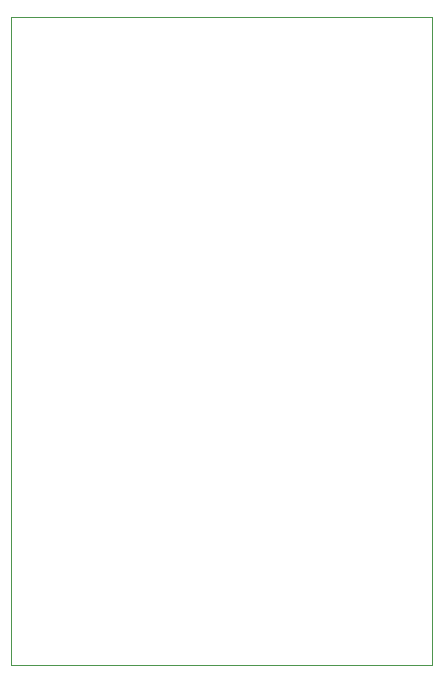
<source format=gko>
%FSLAX25Y25*%
%MOIN*%
G70*
G01*
G75*
G04 Layer_Color=16711935*
%ADD10R,0.05906X0.05118*%
%ADD11C,0.03937*%
%ADD12R,0.05118X0.05906*%
%ADD13R,0.10236X0.08661*%
%ADD14R,0.07874X0.04724*%
%ADD15R,0.12992X0.09843*%
%ADD16R,0.05118X0.06299*%
%ADD17R,0.05512X0.03543*%
%ADD18R,0.09843X0.07874*%
%ADD19R,0.09055X0.01969*%
%ADD20R,0.05512X0.16535*%
%ADD21O,0.08661X0.02362*%
%ADD22R,0.04331X0.02559*%
%ADD23O,0.00984X0.05906*%
%ADD24O,0.05906X0.00984*%
%ADD25R,0.02362X0.00984*%
%ADD26R,0.00984X0.02362*%
%ADD27R,0.02165X0.00984*%
%ADD28R,0.00984X0.02165*%
%ADD29R,0.05118X0.02165*%
%ADD30C,0.02000*%
%ADD31C,0.00800*%
%ADD32C,0.01969*%
%ADD33C,0.01200*%
%ADD34C,0.01000*%
%ADD35C,0.01181*%
%ADD36C,0.00787*%
%ADD37C,0.02362*%
G04:AMPARAMS|DCode=38|XSize=35.43mil|YSize=47.24mil|CornerRadius=0mil|HoleSize=0mil|Usage=FLASHONLY|Rotation=90.000|XOffset=0mil|YOffset=0mil|HoleType=Round|Shape=Octagon|*
%AMOCTAGOND38*
4,1,8,-0.02362,-0.00886,-0.02362,0.00886,-0.01476,0.01772,0.01476,0.01772,0.02362,0.00886,0.02362,-0.00886,0.01476,-0.01772,-0.01476,-0.01772,-0.02362,-0.00886,0.0*
%
%ADD38OCTAGOND38*%

G04:AMPARAMS|DCode=39|XSize=80mil|YSize=60mil|CornerRadius=0mil|HoleSize=0mil|Usage=FLASHONLY|Rotation=90.000|XOffset=0mil|YOffset=0mil|HoleType=Round|Shape=Octagon|*
%AMOCTAGOND39*
4,1,8,0.01500,0.04000,-0.01500,0.04000,-0.03000,0.02500,-0.03000,-0.02500,-0.01500,-0.04000,0.01500,-0.04000,0.03000,-0.02500,0.03000,0.02500,0.01500,0.04000,0.0*
%
%ADD39OCTAGOND39*%

G04:AMPARAMS|DCode=40|XSize=31.5mil|YSize=39.37mil|CornerRadius=0mil|HoleSize=0mil|Usage=FLASHONLY|Rotation=270.000|XOffset=0mil|YOffset=0mil|HoleType=Round|Shape=Octagon|*
%AMOCTAGOND40*
4,1,8,0.01969,0.00787,0.01969,-0.00787,0.01181,-0.01575,-0.01181,-0.01575,-0.01969,-0.00787,-0.01969,0.00787,-0.01181,0.01575,0.01181,0.01575,0.01969,0.00787,0.0*
%
%ADD40OCTAGOND40*%

G04:AMPARAMS|DCode=41|XSize=80mil|YSize=60mil|CornerRadius=0mil|HoleSize=0mil|Usage=FLASHONLY|Rotation=0.000|XOffset=0mil|YOffset=0mil|HoleType=Round|Shape=Octagon|*
%AMOCTAGOND41*
4,1,8,0.04000,-0.01500,0.04000,0.01500,0.02500,0.03000,-0.02500,0.03000,-0.04000,0.01500,-0.04000,-0.01500,-0.02500,-0.03000,0.02500,-0.03000,0.04000,-0.01500,0.0*
%
%ADD41OCTAGOND41*%

G04:AMPARAMS|DCode=42|XSize=100mil|YSize=60mil|CornerRadius=0mil|HoleSize=0mil|Usage=FLASHONLY|Rotation=270.000|XOffset=0mil|YOffset=0mil|HoleType=Round|Shape=Octagon|*
%AMOCTAGOND42*
4,1,8,-0.01500,-0.05000,0.01500,-0.05000,0.03000,-0.03500,0.03000,0.03500,0.01500,0.05000,-0.01500,0.05000,-0.03000,0.03500,-0.03000,-0.03500,-0.01500,-0.05000,0.0*
%
%ADD42OCTAGOND42*%

%ADD43O,0.06000X0.10000*%
%ADD44C,0.04724*%
%ADD45R,0.10630X0.06299*%
%ADD46R,0.06102X0.03937*%
%ADD47R,0.03150X0.05906*%
%ADD48R,0.05906X0.05906*%
%ADD49R,0.06890X0.02756*%
%ADD50R,0.05906X0.05118*%
%ADD51R,0.05512X0.03150*%
%ADD52R,0.09449X0.02913*%
%ADD53C,0.00984*%
%ADD54C,0.02362*%
%ADD55C,0.00394*%
%ADD56C,0.00827*%
%ADD57C,0.00600*%
%ADD58R,0.25984X0.07677*%
%ADD59R,0.06706X0.05918*%
%ADD60C,0.04737*%
%ADD61R,0.05918X0.06706*%
%ADD62R,0.11036X0.09461*%
%ADD63R,0.08674X0.05524*%
%ADD64R,0.13792X0.10642*%
%ADD65R,0.05918X0.07099*%
%ADD66R,0.06312X0.04343*%
%ADD67R,0.10642X0.08674*%
%ADD68R,0.09855X0.02769*%
%ADD69R,0.06312X0.17335*%
%ADD70O,0.09461X0.03162*%
%ADD71R,0.05131X0.03359*%
%ADD72O,0.01784X0.06706*%
%ADD73O,0.06706X0.01784*%
%ADD74R,0.03162X0.01784*%
%ADD75R,0.01784X0.03162*%
%ADD76R,0.02965X0.01784*%
%ADD77R,0.01784X0.02965*%
%ADD78R,0.05918X0.02965*%
%ADD79R,0.00800X0.00800*%
%ADD80C,0.03162*%
G04:AMPARAMS|DCode=81|XSize=43.43mil|YSize=55.24mil|CornerRadius=0mil|HoleSize=0mil|Usage=FLASHONLY|Rotation=90.000|XOffset=0mil|YOffset=0mil|HoleType=Round|Shape=Octagon|*
%AMOCTAGOND81*
4,1,8,-0.02762,-0.01086,-0.02762,0.01086,-0.01676,0.02172,0.01676,0.02172,0.02762,0.01086,0.02762,-0.01086,0.01676,-0.02172,-0.01676,-0.02172,-0.02762,-0.01086,0.0*
%
%ADD81OCTAGOND81*%

G04:AMPARAMS|DCode=82|XSize=88mil|YSize=68mil|CornerRadius=0mil|HoleSize=0mil|Usage=FLASHONLY|Rotation=90.000|XOffset=0mil|YOffset=0mil|HoleType=Round|Shape=Octagon|*
%AMOCTAGOND82*
4,1,8,0.01700,0.04400,-0.01700,0.04400,-0.03400,0.02700,-0.03400,-0.02700,-0.01700,-0.04400,0.01700,-0.04400,0.03400,-0.02700,0.03400,0.02700,0.01700,0.04400,0.0*
%
%ADD82OCTAGOND82*%

G04:AMPARAMS|DCode=83|XSize=39.5mil|YSize=47.37mil|CornerRadius=0mil|HoleSize=0mil|Usage=FLASHONLY|Rotation=270.000|XOffset=0mil|YOffset=0mil|HoleType=Round|Shape=Octagon|*
%AMOCTAGOND83*
4,1,8,0.02369,0.00987,0.02369,-0.00987,0.01381,-0.01975,-0.01381,-0.01975,-0.02369,-0.00987,-0.02369,0.00987,-0.01381,0.01975,0.01381,0.01975,0.02369,0.00987,0.0*
%
%ADD83OCTAGOND83*%

G04:AMPARAMS|DCode=84|XSize=88mil|YSize=68mil|CornerRadius=0mil|HoleSize=0mil|Usage=FLASHONLY|Rotation=0.000|XOffset=0mil|YOffset=0mil|HoleType=Round|Shape=Octagon|*
%AMOCTAGOND84*
4,1,8,0.04400,-0.01700,0.04400,0.01700,0.02700,0.03400,-0.02700,0.03400,-0.04400,0.01700,-0.04400,-0.01700,-0.02700,-0.03400,0.02700,-0.03400,0.04400,-0.01700,0.0*
%
%ADD84OCTAGOND84*%

G04:AMPARAMS|DCode=85|XSize=108mil|YSize=68mil|CornerRadius=0mil|HoleSize=0mil|Usage=FLASHONLY|Rotation=270.000|XOffset=0mil|YOffset=0mil|HoleType=Round|Shape=Octagon|*
%AMOCTAGOND85*
4,1,8,-0.01700,-0.05400,0.01700,-0.05400,0.03400,-0.03700,0.03400,0.03700,0.01700,0.05400,-0.01700,0.05400,-0.03400,0.03700,-0.03400,-0.03700,-0.01700,-0.05400,0.0*
%
%ADD85OCTAGOND85*%

%ADD86O,0.06800X0.10800*%
%ADD87R,0.00800X0.00800*%
%ADD88C,0.05524*%
%ADD89R,0.11430X0.07099*%
%ADD90R,0.06902X0.04737*%
%ADD91R,0.03950X0.06706*%
%ADD92R,0.06706X0.06706*%
%ADD93R,0.07690X0.03556*%
%ADD94R,0.06706X0.05918*%
%ADD95R,0.06312X0.03950*%
%ADD96R,0.10249X0.03713*%
%ADD97C,0.01575*%
D55*
X389370Y237795D02*
Y399606D01*
X529528D01*
Y183465D02*
Y399606D01*
X389370Y183465D02*
X529528D01*
X389370D02*
Y237795D01*
M02*

</source>
